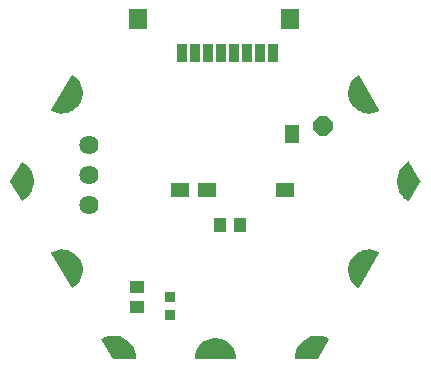
<source format=gbr>
G04 EAGLE Gerber RS-274X export*
G75*
%MOMM*%
%FSLAX34Y34*%
%LPD*%
%INSoldermask Top*%
%IPPOS*%
%AMOC8*
5,1,8,0,0,1.08239X$1,22.5*%
G01*
%ADD10R,0.901600X0.901600*%
%ADD11R,1.201600X1.101600*%
%ADD12R,1.101600X1.201600*%
%ADD13R,0.914400X1.600200*%
%ADD14R,1.498600X1.803400*%
%ADD15R,1.244600X1.600200*%
%ADD16R,1.600200X1.244600*%
%ADD17C,1.101600*%
%ADD18P,1.759533X8X22.500000*%
%ADD19C,1.625600*%

G36*
X363739Y194947D02*
X363739Y194947D01*
X363768Y194944D01*
X363835Y194966D01*
X363905Y194980D01*
X363929Y194997D01*
X363957Y195006D01*
X364010Y195053D01*
X364069Y195093D01*
X364085Y195117D01*
X364107Y195137D01*
X364138Y195201D01*
X364176Y195260D01*
X364181Y195289D01*
X364193Y195315D01*
X364202Y195415D01*
X364209Y195457D01*
X364206Y195467D01*
X364208Y195481D01*
X363976Y198279D01*
X363966Y198313D01*
X363962Y198361D01*
X363273Y201082D01*
X363258Y201114D01*
X363246Y201160D01*
X362118Y203732D01*
X362098Y203760D01*
X362079Y203804D01*
X360543Y206155D01*
X360519Y206179D01*
X360493Y206220D01*
X358591Y208285D01*
X358563Y208306D01*
X358530Y208341D01*
X356315Y210066D01*
X356284Y210081D01*
X356246Y210111D01*
X353776Y211447D01*
X353743Y211457D01*
X353701Y211480D01*
X352515Y211888D01*
X351061Y212387D01*
X351045Y212392D01*
X351011Y212397D01*
X350965Y212412D01*
X348196Y212874D01*
X348161Y212873D01*
X348114Y212881D01*
X345306Y212881D01*
X345272Y212874D01*
X345224Y212874D01*
X342455Y212412D01*
X342422Y212400D01*
X342375Y212392D01*
X339719Y211480D01*
X339689Y211463D01*
X339644Y211447D01*
X337174Y210111D01*
X337148Y210089D01*
X337105Y210066D01*
X334890Y208341D01*
X334867Y208315D01*
X334829Y208285D01*
X332927Y206220D01*
X332909Y206190D01*
X332877Y206155D01*
X331341Y203804D01*
X331328Y203772D01*
X331302Y203732D01*
X330174Y201160D01*
X330167Y201127D01*
X330164Y201120D01*
X330158Y201111D01*
X330157Y201105D01*
X330147Y201082D01*
X329458Y198361D01*
X329456Y198326D01*
X329444Y198279D01*
X329212Y195481D01*
X329216Y195452D01*
X329211Y195423D01*
X329228Y195354D01*
X329236Y195284D01*
X329250Y195258D01*
X329257Y195230D01*
X329299Y195173D01*
X329334Y195111D01*
X329358Y195093D01*
X329375Y195070D01*
X329436Y195034D01*
X329493Y194991D01*
X329521Y194983D01*
X329546Y194968D01*
X329644Y194952D01*
X329685Y194941D01*
X329696Y194943D01*
X329710Y194941D01*
X363710Y194941D01*
X363739Y194947D01*
G37*
G36*
X225317Y255250D02*
X225317Y255250D01*
X225388Y255247D01*
X225415Y255257D01*
X225444Y255259D01*
X225534Y255301D01*
X225574Y255316D01*
X225582Y255324D01*
X225595Y255330D01*
X227898Y256929D01*
X227922Y256955D01*
X227962Y256982D01*
X229971Y258939D01*
X229990Y258968D01*
X230025Y259001D01*
X231684Y261262D01*
X231699Y261293D01*
X231728Y261332D01*
X232992Y263835D01*
X233001Y263869D01*
X233023Y263912D01*
X233859Y266589D01*
X233862Y266623D01*
X233877Y266669D01*
X234260Y269448D01*
X234258Y269482D01*
X234264Y269530D01*
X234185Y272333D01*
X234177Y272367D01*
X234176Y272415D01*
X233637Y275167D01*
X233623Y275199D01*
X233614Y275247D01*
X232629Y277872D01*
X232614Y277897D01*
X232609Y277917D01*
X232601Y277928D01*
X232594Y277947D01*
X231190Y280375D01*
X231167Y280401D01*
X231143Y280443D01*
X229359Y282606D01*
X229332Y282628D01*
X229301Y282665D01*
X227185Y284506D01*
X227155Y284523D01*
X227119Y284555D01*
X224728Y286022D01*
X224696Y286033D01*
X224655Y286059D01*
X222056Y287112D01*
X222022Y287119D01*
X221977Y287137D01*
X219240Y287748D01*
X219205Y287749D01*
X219158Y287760D01*
X216358Y287912D01*
X216324Y287907D01*
X216276Y287910D01*
X213488Y287600D01*
X213455Y287589D01*
X213407Y287584D01*
X210709Y286819D01*
X210679Y286803D01*
X210632Y286790D01*
X208097Y285591D01*
X208073Y285574D01*
X208046Y285564D01*
X207994Y285515D01*
X207937Y285472D01*
X207923Y285447D01*
X207902Y285427D01*
X207873Y285362D01*
X207837Y285301D01*
X207834Y285272D01*
X207822Y285245D01*
X207821Y285174D01*
X207812Y285103D01*
X207820Y285075D01*
X207820Y285046D01*
X207854Y284953D01*
X207866Y284912D01*
X207873Y284903D01*
X207878Y284890D01*
X224878Y255490D01*
X224897Y255468D01*
X224910Y255442D01*
X224963Y255394D01*
X225010Y255341D01*
X225036Y255329D01*
X225058Y255309D01*
X225125Y255286D01*
X225189Y255256D01*
X225218Y255254D01*
X225246Y255245D01*
X225317Y255250D01*
G37*
G36*
X477096Y402973D02*
X477096Y402973D01*
X477144Y402970D01*
X479932Y403280D01*
X479965Y403291D01*
X480013Y403296D01*
X482711Y404061D01*
X482741Y404077D01*
X482788Y404090D01*
X485323Y405289D01*
X485347Y405306D01*
X485374Y405316D01*
X485426Y405365D01*
X485483Y405408D01*
X485497Y405433D01*
X485519Y405453D01*
X485547Y405518D01*
X485583Y405580D01*
X485586Y405608D01*
X485598Y405635D01*
X485599Y405706D01*
X485608Y405777D01*
X485600Y405805D01*
X485600Y405834D01*
X485566Y405927D01*
X485554Y405968D01*
X485547Y405977D01*
X485542Y405990D01*
X468542Y435390D01*
X468523Y435412D01*
X468510Y435438D01*
X468457Y435486D01*
X468410Y435539D01*
X468384Y435551D01*
X468362Y435571D01*
X468295Y435594D01*
X468231Y435624D01*
X468202Y435626D01*
X468174Y435635D01*
X468103Y435630D01*
X468032Y435633D01*
X468005Y435623D01*
X467976Y435621D01*
X467886Y435579D01*
X467846Y435564D01*
X467838Y435556D01*
X467825Y435550D01*
X465522Y433951D01*
X465498Y433926D01*
X465458Y433898D01*
X463449Y431941D01*
X463430Y431912D01*
X463395Y431879D01*
X461736Y429618D01*
X461721Y429587D01*
X461692Y429548D01*
X460428Y427045D01*
X460419Y427011D01*
X460397Y426968D01*
X459561Y424291D01*
X459558Y424257D01*
X459543Y424211D01*
X459160Y421432D01*
X459162Y421398D01*
X459156Y421350D01*
X459235Y418547D01*
X459243Y418513D01*
X459244Y418465D01*
X459783Y415713D01*
X459797Y415681D01*
X459806Y415633D01*
X460791Y413008D01*
X460809Y412978D01*
X460826Y412933D01*
X462230Y410505D01*
X462253Y410479D01*
X462277Y410438D01*
X464061Y408274D01*
X464088Y408252D01*
X464119Y408215D01*
X466235Y406374D01*
X466265Y406357D01*
X466301Y406326D01*
X468692Y404858D01*
X468724Y404847D01*
X468765Y404821D01*
X471364Y403768D01*
X471398Y403761D01*
X471443Y403743D01*
X474180Y403132D01*
X474215Y403131D01*
X474262Y403120D01*
X477062Y402968D01*
X477096Y402973D01*
G37*
G36*
X468136Y255251D02*
X468136Y255251D01*
X468207Y255250D01*
X468234Y255261D01*
X468263Y255265D01*
X468325Y255299D01*
X468390Y255327D01*
X468411Y255348D01*
X468436Y255362D01*
X468499Y255438D01*
X468529Y255469D01*
X468533Y255479D01*
X468542Y255490D01*
X485542Y284890D01*
X485551Y284918D01*
X485568Y284942D01*
X485583Y285011D01*
X485605Y285079D01*
X485603Y285108D01*
X485609Y285136D01*
X485596Y285206D01*
X485590Y285277D01*
X485577Y285303D01*
X485571Y285331D01*
X485531Y285390D01*
X485499Y285453D01*
X485476Y285472D01*
X485460Y285496D01*
X485378Y285553D01*
X485345Y285580D01*
X485335Y285583D01*
X485323Y285591D01*
X482788Y286790D01*
X482754Y286798D01*
X482711Y286819D01*
X480013Y287584D01*
X479978Y287586D01*
X479932Y287600D01*
X477144Y287910D01*
X477110Y287907D01*
X477062Y287912D01*
X474262Y287760D01*
X474228Y287751D01*
X474180Y287748D01*
X471443Y287137D01*
X471411Y287123D01*
X471364Y287112D01*
X468765Y286059D01*
X468736Y286040D01*
X468692Y286022D01*
X466301Y284555D01*
X466276Y284531D01*
X466235Y284506D01*
X464119Y282665D01*
X464098Y282638D01*
X464061Y282606D01*
X462277Y280443D01*
X462261Y280412D01*
X462230Y280375D01*
X460826Y277947D01*
X460815Y277914D01*
X460808Y277901D01*
X460798Y277887D01*
X460798Y277884D01*
X460791Y277872D01*
X459806Y275247D01*
X459800Y275212D01*
X459783Y275167D01*
X459244Y272415D01*
X459244Y272381D01*
X459235Y272333D01*
X459156Y269530D01*
X459162Y269496D01*
X459160Y269448D01*
X459543Y266669D01*
X459555Y266637D01*
X459561Y266589D01*
X460397Y263912D01*
X460414Y263881D01*
X460428Y263835D01*
X461692Y261332D01*
X461714Y261305D01*
X461736Y261262D01*
X463395Y259001D01*
X463421Y258978D01*
X463449Y258939D01*
X465458Y256982D01*
X465487Y256963D01*
X465522Y256929D01*
X467825Y255330D01*
X467852Y255318D01*
X467875Y255300D01*
X467943Y255279D01*
X468008Y255251D01*
X468037Y255251D01*
X468065Y255243D01*
X468136Y255251D01*
G37*
G36*
X219158Y403120D02*
X219158Y403120D01*
X219192Y403129D01*
X219240Y403132D01*
X221977Y403743D01*
X222009Y403757D01*
X222056Y403768D01*
X224655Y404821D01*
X224684Y404840D01*
X224728Y404858D01*
X227119Y406326D01*
X227144Y406349D01*
X227185Y406374D01*
X229301Y408215D01*
X229322Y408242D01*
X229359Y408274D01*
X231143Y410438D01*
X231159Y410468D01*
X231190Y410505D01*
X232594Y412933D01*
X232605Y412966D01*
X232629Y413008D01*
X233614Y415633D01*
X233620Y415668D01*
X233637Y415713D01*
X234176Y418465D01*
X234176Y418500D01*
X234185Y418547D01*
X234264Y421350D01*
X234259Y421384D01*
X234260Y421432D01*
X233877Y424211D01*
X233865Y424243D01*
X233859Y424291D01*
X233023Y426968D01*
X233006Y426999D01*
X232992Y427045D01*
X231728Y429548D01*
X231706Y429575D01*
X231684Y429618D01*
X230025Y431879D01*
X229999Y431902D01*
X229971Y431941D01*
X227962Y433898D01*
X227933Y433917D01*
X227898Y433951D01*
X225595Y435550D01*
X225568Y435562D01*
X225545Y435580D01*
X225477Y435601D01*
X225412Y435629D01*
X225383Y435629D01*
X225355Y435637D01*
X225284Y435629D01*
X225213Y435630D01*
X225186Y435619D01*
X225157Y435615D01*
X225095Y435581D01*
X225030Y435553D01*
X225009Y435532D01*
X224984Y435518D01*
X224921Y435442D01*
X224891Y435411D01*
X224887Y435401D01*
X224878Y435390D01*
X207878Y405990D01*
X207869Y405962D01*
X207852Y405938D01*
X207837Y405869D01*
X207815Y405801D01*
X207817Y405772D01*
X207811Y405744D01*
X207824Y405674D01*
X207830Y405603D01*
X207843Y405577D01*
X207849Y405549D01*
X207889Y405490D01*
X207921Y405427D01*
X207944Y405408D01*
X207960Y405384D01*
X208042Y405327D01*
X208075Y405300D01*
X208085Y405297D01*
X208097Y405289D01*
X210632Y404090D01*
X210666Y404082D01*
X210709Y404061D01*
X213407Y403296D01*
X213442Y403294D01*
X213488Y403280D01*
X216276Y402970D01*
X216310Y402973D01*
X216358Y402968D01*
X219158Y403120D01*
G37*
G36*
X510437Y328451D02*
X510437Y328451D01*
X510508Y328451D01*
X510535Y328462D01*
X510564Y328465D01*
X510626Y328500D01*
X510691Y328528D01*
X510712Y328548D01*
X510737Y328563D01*
X510800Y328640D01*
X510830Y328670D01*
X510834Y328680D01*
X510843Y328691D01*
X520343Y345191D01*
X520353Y345223D01*
X520362Y345236D01*
X520366Y345260D01*
X520367Y345264D01*
X520398Y345334D01*
X520398Y345358D01*
X520406Y345380D01*
X520400Y345456D01*
X520401Y345533D01*
X520391Y345557D01*
X520390Y345578D01*
X520369Y345617D01*
X520343Y345689D01*
X510843Y362189D01*
X510824Y362211D01*
X510811Y362237D01*
X510758Y362285D01*
X510711Y362338D01*
X510685Y362351D01*
X510664Y362370D01*
X510596Y362393D01*
X510532Y362424D01*
X510503Y362426D01*
X510476Y362435D01*
X510404Y362430D01*
X510333Y362433D01*
X510306Y362423D01*
X510277Y362421D01*
X510187Y362379D01*
X510147Y362364D01*
X510139Y362357D01*
X510126Y362351D01*
X507603Y360609D01*
X507579Y360585D01*
X507541Y360558D01*
X505329Y358434D01*
X505310Y358406D01*
X505276Y358374D01*
X503434Y355923D01*
X503420Y355892D01*
X503391Y355855D01*
X501966Y353140D01*
X501957Y353109D01*
X501941Y353084D01*
X501940Y353076D01*
X501935Y353066D01*
X500964Y350158D01*
X500960Y350124D01*
X500945Y350080D01*
X500453Y347053D01*
X500454Y347019D01*
X500446Y346973D01*
X500446Y343907D01*
X500447Y343903D01*
X500447Y343901D01*
X500453Y343874D01*
X500453Y343827D01*
X500945Y340800D01*
X500957Y340769D01*
X500964Y340722D01*
X501935Y337814D01*
X501952Y337785D01*
X501966Y337740D01*
X503391Y335025D01*
X503413Y334999D01*
X503434Y334957D01*
X505276Y332506D01*
X505301Y332483D01*
X505329Y332446D01*
X507541Y330322D01*
X507569Y330304D01*
X507603Y330271D01*
X510126Y328529D01*
X510153Y328518D01*
X510175Y328499D01*
X510244Y328479D01*
X510309Y328451D01*
X510338Y328451D01*
X510366Y328443D01*
X510437Y328451D01*
G37*
G36*
X183016Y328450D02*
X183016Y328450D01*
X183087Y328447D01*
X183114Y328457D01*
X183143Y328459D01*
X183233Y328501D01*
X183273Y328516D01*
X183281Y328523D01*
X183294Y328529D01*
X185817Y330271D01*
X185841Y330295D01*
X185879Y330322D01*
X188091Y332446D01*
X188110Y332474D01*
X188144Y332506D01*
X189986Y334957D01*
X190000Y334988D01*
X190029Y335025D01*
X191454Y337740D01*
X191463Y337773D01*
X191485Y337814D01*
X192456Y340722D01*
X192460Y340756D01*
X192475Y340800D01*
X192967Y343827D01*
X192966Y343861D01*
X192974Y343907D01*
X192974Y346973D01*
X192967Y347006D01*
X192967Y347053D01*
X192475Y350080D01*
X192463Y350111D01*
X192456Y350158D01*
X191485Y353066D01*
X191472Y353089D01*
X191466Y353114D01*
X191459Y353123D01*
X191454Y353140D01*
X190029Y355855D01*
X190007Y355881D01*
X189986Y355923D01*
X188144Y358374D01*
X188119Y358397D01*
X188091Y358434D01*
X185879Y360558D01*
X185851Y360576D01*
X185817Y360609D01*
X183294Y362351D01*
X183267Y362362D01*
X183245Y362381D01*
X183176Y362401D01*
X183111Y362429D01*
X183082Y362429D01*
X183054Y362437D01*
X182983Y362429D01*
X182912Y362430D01*
X182885Y362418D01*
X182856Y362415D01*
X182794Y362380D01*
X182729Y362352D01*
X182708Y362332D01*
X182683Y362317D01*
X182620Y362240D01*
X182590Y362210D01*
X182586Y362200D01*
X182577Y362189D01*
X173077Y345689D01*
X173053Y345616D01*
X173022Y345546D01*
X173022Y345522D01*
X173014Y345500D01*
X173021Y345424D01*
X173020Y345347D01*
X173029Y345323D01*
X173030Y345302D01*
X173051Y345263D01*
X173070Y345211D01*
X173071Y345205D01*
X173073Y345203D01*
X173077Y345191D01*
X182577Y328691D01*
X182596Y328669D01*
X182609Y328643D01*
X182662Y328595D01*
X182709Y328542D01*
X182735Y328529D01*
X182757Y328510D01*
X182824Y328487D01*
X182888Y328456D01*
X182917Y328455D01*
X182944Y328445D01*
X183016Y328450D01*
G37*
G36*
X433386Y194956D02*
X433386Y194956D01*
X433464Y194965D01*
X433483Y194976D01*
X433505Y194980D01*
X433569Y195024D01*
X433637Y195063D01*
X433653Y195082D01*
X433669Y195093D01*
X433693Y195131D01*
X433743Y195191D01*
X443243Y211691D01*
X443252Y211718D01*
X443268Y211742D01*
X443283Y211812D01*
X443306Y211880D01*
X443303Y211908D01*
X443309Y211936D01*
X443296Y212007D01*
X443290Y212078D01*
X443277Y212103D01*
X443271Y212131D01*
X443231Y212191D01*
X443198Y212254D01*
X443176Y212272D01*
X443160Y212296D01*
X443077Y212354D01*
X443045Y212381D01*
X443034Y212384D01*
X443024Y212391D01*
X440258Y213700D01*
X440225Y213708D01*
X440182Y213728D01*
X437242Y214576D01*
X437208Y214579D01*
X437164Y214592D01*
X434126Y214957D01*
X434092Y214954D01*
X434045Y214960D01*
X430988Y214833D01*
X430955Y214825D01*
X430908Y214824D01*
X427911Y214208D01*
X427880Y214195D01*
X427834Y214186D01*
X424974Y213097D01*
X424946Y213079D01*
X424902Y213063D01*
X422254Y211529D01*
X422228Y211507D01*
X422188Y211484D01*
X419820Y209546D01*
X419798Y209519D01*
X419762Y209490D01*
X417735Y207197D01*
X417719Y207168D01*
X417687Y207133D01*
X416055Y204545D01*
X416043Y204513D01*
X416018Y204474D01*
X414822Y201657D01*
X414815Y201624D01*
X414812Y201617D01*
X414808Y201611D01*
X414807Y201605D01*
X414796Y201581D01*
X414068Y198609D01*
X414066Y198575D01*
X414055Y198530D01*
X413812Y195480D01*
X413816Y195451D01*
X413811Y195423D01*
X413828Y195354D01*
X413836Y195282D01*
X413851Y195258D01*
X413857Y195230D01*
X413900Y195172D01*
X413936Y195110D01*
X413958Y195093D01*
X413975Y195070D01*
X414037Y195033D01*
X414094Y194990D01*
X414122Y194983D01*
X414146Y194968D01*
X414246Y194952D01*
X414287Y194941D01*
X414297Y194943D01*
X414310Y194941D01*
X433310Y194941D01*
X433386Y194956D01*
G37*
G36*
X279138Y194946D02*
X279138Y194946D01*
X279166Y194944D01*
X279234Y194966D01*
X279305Y194980D01*
X279328Y194996D01*
X279355Y195005D01*
X279410Y195052D01*
X279469Y195093D01*
X279484Y195117D01*
X279506Y195135D01*
X279537Y195200D01*
X279576Y195260D01*
X279581Y195288D01*
X279593Y195314D01*
X279602Y195415D01*
X279609Y195457D01*
X279607Y195467D01*
X279608Y195480D01*
X279365Y198530D01*
X279356Y198562D01*
X279352Y198609D01*
X278624Y201581D01*
X278609Y201612D01*
X278598Y201657D01*
X277402Y204474D01*
X277383Y204502D01*
X277365Y204545D01*
X275733Y207133D01*
X275709Y207157D01*
X275685Y207197D01*
X273658Y209490D01*
X273631Y209510D01*
X273600Y209546D01*
X271233Y211484D01*
X271202Y211500D01*
X271166Y211529D01*
X268518Y213063D01*
X268486Y213073D01*
X268446Y213097D01*
X265586Y214186D01*
X265553Y214191D01*
X265509Y214208D01*
X262512Y214824D01*
X262478Y214824D01*
X262432Y214833D01*
X259375Y214960D01*
X259341Y214955D01*
X259294Y214957D01*
X256256Y214592D01*
X256224Y214581D01*
X256178Y214576D01*
X253238Y213728D01*
X253208Y213712D01*
X253163Y213700D01*
X250397Y212391D01*
X250374Y212374D01*
X250347Y212364D01*
X250295Y212315D01*
X250237Y212272D01*
X250223Y212247D01*
X250202Y212228D01*
X250173Y212162D01*
X250137Y212100D01*
X250134Y212072D01*
X250122Y212046D01*
X250121Y211974D01*
X250112Y211903D01*
X250120Y211876D01*
X250120Y211847D01*
X250155Y211752D01*
X250166Y211712D01*
X250173Y211703D01*
X250177Y211691D01*
X259677Y195191D01*
X259729Y195133D01*
X259775Y195070D01*
X259794Y195059D01*
X259809Y195042D01*
X259879Y195008D01*
X259946Y194968D01*
X259971Y194964D01*
X259988Y194956D01*
X260033Y194954D01*
X260110Y194941D01*
X279110Y194941D01*
X279138Y194946D01*
G37*
D10*
X308293Y232213D03*
X308293Y247213D03*
D11*
X280670Y238833D03*
X280670Y255833D03*
D12*
X350275Y308928D03*
X367275Y308928D03*
D13*
X318440Y453966D03*
X329440Y453966D03*
X340440Y453966D03*
X351440Y453966D03*
X362440Y453966D03*
X373440Y453966D03*
X384440Y453966D03*
X395440Y453966D03*
D14*
X280940Y482966D03*
X409940Y482966D03*
D15*
X411190Y385466D03*
D16*
X316440Y338216D03*
X339440Y338216D03*
X405440Y338216D03*
D17*
X511910Y345440D03*
X429310Y202340D03*
X264110Y202340D03*
X181510Y345440D03*
X470610Y416940D03*
X470610Y273940D03*
X346710Y202340D03*
X222810Y273940D03*
X222810Y416940D03*
D18*
X438150Y392113D03*
D19*
X239713Y376238D03*
X239713Y350838D03*
X239713Y325438D03*
M02*

</source>
